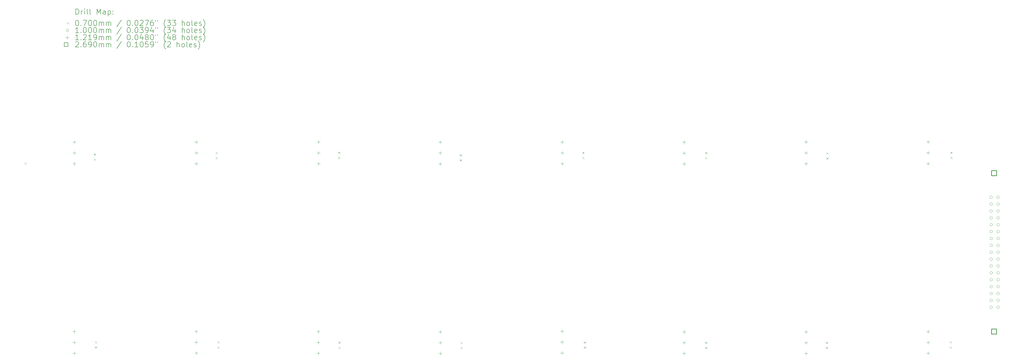
<source format=gbr>
%TF.GenerationSoftware,KiCad,Pcbnew,(6.0.9)*%
%TF.CreationDate,2022-12-09T14:19:55+01:00*%
%TF.ProjectId,seq,7365712e-6b69-4636-9164-5f7063625858,rev?*%
%TF.SameCoordinates,Original*%
%TF.FileFunction,Drillmap*%
%TF.FilePolarity,Positive*%
%FSLAX45Y45*%
G04 Gerber Fmt 4.5, Leading zero omitted, Abs format (unit mm)*
G04 Created by KiCad (PCBNEW (6.0.9)) date 2022-12-09 14:19:55*
%MOMM*%
%LPD*%
G01*
G04 APERTURE LIST*
%ADD10C,0.200000*%
%ADD11C,0.070000*%
%ADD12C,0.100000*%
%ADD13C,0.121920*%
%ADD14C,0.269000*%
G04 APERTURE END LIST*
D10*
D11*
X-1636000Y-5786000D02*
X-1566000Y-5856000D01*
X-1566000Y-5786000D02*
X-1636000Y-5856000D01*
X924000Y-5450000D02*
X994000Y-5520000D01*
X994000Y-5450000D02*
X924000Y-5520000D01*
X924000Y-5640000D02*
X994000Y-5710000D01*
X994000Y-5640000D02*
X924000Y-5710000D01*
X963000Y-12390500D02*
X1033000Y-12460500D01*
X1033000Y-12390500D02*
X963000Y-12460500D01*
X963000Y-12580500D02*
X1033000Y-12650500D01*
X1033000Y-12580500D02*
X963000Y-12650500D01*
X5417000Y-5398000D02*
X5487000Y-5468000D01*
X5487000Y-5398000D02*
X5417000Y-5468000D01*
X5417000Y-5588000D02*
X5487000Y-5658000D01*
X5487000Y-5588000D02*
X5417000Y-5658000D01*
X5484000Y-12391500D02*
X5554000Y-12461500D01*
X5554000Y-12391500D02*
X5484000Y-12461500D01*
X5484000Y-12581500D02*
X5554000Y-12651500D01*
X5554000Y-12581500D02*
X5484000Y-12651500D01*
X9935000Y-5387000D02*
X10005000Y-5457000D01*
X10005000Y-5387000D02*
X9935000Y-5457000D01*
X9935000Y-5577000D02*
X10005000Y-5647000D01*
X10005000Y-5577000D02*
X9935000Y-5647000D01*
X9950000Y-12402000D02*
X10020000Y-12472000D01*
X10020000Y-12402000D02*
X9950000Y-12472000D01*
X9950000Y-12592000D02*
X10020000Y-12662000D01*
X10020000Y-12592000D02*
X9950000Y-12662000D01*
X14422000Y-5479000D02*
X14492000Y-5549000D01*
X14492000Y-5479000D02*
X14422000Y-5549000D01*
X14422000Y-5669000D02*
X14492000Y-5739000D01*
X14492000Y-5669000D02*
X14422000Y-5739000D01*
X14450000Y-12412000D02*
X14520000Y-12482000D01*
X14520000Y-12412000D02*
X14450000Y-12482000D01*
X14450000Y-12602000D02*
X14520000Y-12672000D01*
X14520000Y-12602000D02*
X14450000Y-12672000D01*
X18948000Y-5391000D02*
X19018000Y-5461000D01*
X19018000Y-5391000D02*
X18948000Y-5461000D01*
X18948000Y-5581000D02*
X19018000Y-5651000D01*
X19018000Y-5581000D02*
X18948000Y-5651000D01*
X19003000Y-12395500D02*
X19073000Y-12465500D01*
X19073000Y-12395500D02*
X19003000Y-12465500D01*
X19003000Y-12585500D02*
X19073000Y-12655500D01*
X19073000Y-12585500D02*
X19003000Y-12655500D01*
X23473000Y-12408500D02*
X23543000Y-12478500D01*
X23543000Y-12408500D02*
X23473000Y-12478500D01*
X23473000Y-12598500D02*
X23543000Y-12668500D01*
X23543000Y-12598500D02*
X23473000Y-12668500D01*
X23475000Y-5399000D02*
X23545000Y-5469000D01*
X23545000Y-5399000D02*
X23475000Y-5469000D01*
X23475000Y-5589000D02*
X23545000Y-5659000D01*
X23545000Y-5589000D02*
X23475000Y-5659000D01*
X27928000Y-12404500D02*
X27998000Y-12474500D01*
X27998000Y-12404500D02*
X27928000Y-12474500D01*
X27928000Y-12594500D02*
X27998000Y-12664500D01*
X27998000Y-12594500D02*
X27928000Y-12664500D01*
X27948000Y-5412000D02*
X28018000Y-5482000D01*
X28018000Y-5412000D02*
X27948000Y-5482000D01*
X27948000Y-5602000D02*
X28018000Y-5672000D01*
X28018000Y-5602000D02*
X27948000Y-5672000D01*
X32506000Y-12391500D02*
X32576000Y-12461500D01*
X32576000Y-12391500D02*
X32506000Y-12461500D01*
X32506000Y-12581500D02*
X32576000Y-12651500D01*
X32576000Y-12581500D02*
X32506000Y-12651500D01*
X32524000Y-5387000D02*
X32594000Y-5457000D01*
X32594000Y-5387000D02*
X32524000Y-5457000D01*
X32524000Y-5577000D02*
X32594000Y-5647000D01*
X32594000Y-5577000D02*
X32524000Y-5647000D01*
D12*
X34079750Y-7068000D02*
G75*
G03*
X34079750Y-7068000I-50000J0D01*
G01*
X34079750Y-7322000D02*
G75*
G03*
X34079750Y-7322000I-50000J0D01*
G01*
X34079750Y-7576000D02*
G75*
G03*
X34079750Y-7576000I-50000J0D01*
G01*
X34079750Y-7830000D02*
G75*
G03*
X34079750Y-7830000I-50000J0D01*
G01*
X34079750Y-8084000D02*
G75*
G03*
X34079750Y-8084000I-50000J0D01*
G01*
X34079750Y-8338000D02*
G75*
G03*
X34079750Y-8338000I-50000J0D01*
G01*
X34079750Y-8592000D02*
G75*
G03*
X34079750Y-8592000I-50000J0D01*
G01*
X34079750Y-8846000D02*
G75*
G03*
X34079750Y-8846000I-50000J0D01*
G01*
X34079750Y-9100000D02*
G75*
G03*
X34079750Y-9100000I-50000J0D01*
G01*
X34079750Y-9354000D02*
G75*
G03*
X34079750Y-9354000I-50000J0D01*
G01*
X34079750Y-9608000D02*
G75*
G03*
X34079750Y-9608000I-50000J0D01*
G01*
X34079750Y-9862000D02*
G75*
G03*
X34079750Y-9862000I-50000J0D01*
G01*
X34079750Y-10116000D02*
G75*
G03*
X34079750Y-10116000I-50000J0D01*
G01*
X34079750Y-10370000D02*
G75*
G03*
X34079750Y-10370000I-50000J0D01*
G01*
X34079750Y-10624000D02*
G75*
G03*
X34079750Y-10624000I-50000J0D01*
G01*
X34079750Y-10878000D02*
G75*
G03*
X34079750Y-10878000I-50000J0D01*
G01*
X34079750Y-11132000D02*
G75*
G03*
X34079750Y-11132000I-50000J0D01*
G01*
X34333750Y-7068000D02*
G75*
G03*
X34333750Y-7068000I-50000J0D01*
G01*
X34333750Y-7322000D02*
G75*
G03*
X34333750Y-7322000I-50000J0D01*
G01*
X34333750Y-7576000D02*
G75*
G03*
X34333750Y-7576000I-50000J0D01*
G01*
X34333750Y-7830000D02*
G75*
G03*
X34333750Y-7830000I-50000J0D01*
G01*
X34333750Y-8084000D02*
G75*
G03*
X34333750Y-8084000I-50000J0D01*
G01*
X34333750Y-8338000D02*
G75*
G03*
X34333750Y-8338000I-50000J0D01*
G01*
X34333750Y-8592000D02*
G75*
G03*
X34333750Y-8592000I-50000J0D01*
G01*
X34333750Y-8846000D02*
G75*
G03*
X34333750Y-8846000I-50000J0D01*
G01*
X34333750Y-9100000D02*
G75*
G03*
X34333750Y-9100000I-50000J0D01*
G01*
X34333750Y-9354000D02*
G75*
G03*
X34333750Y-9354000I-50000J0D01*
G01*
X34333750Y-9608000D02*
G75*
G03*
X34333750Y-9608000I-50000J0D01*
G01*
X34333750Y-9862000D02*
G75*
G03*
X34333750Y-9862000I-50000J0D01*
G01*
X34333750Y-10116000D02*
G75*
G03*
X34333750Y-10116000I-50000J0D01*
G01*
X34333750Y-10370000D02*
G75*
G03*
X34333750Y-10370000I-50000J0D01*
G01*
X34333750Y-10624000D02*
G75*
G03*
X34333750Y-10624000I-50000J0D01*
G01*
X34333750Y-10878000D02*
G75*
G03*
X34333750Y-10878000I-50000J0D01*
G01*
X34333750Y-11132000D02*
G75*
G03*
X34333750Y-11132000I-50000J0D01*
G01*
D13*
X201000Y-11968990D02*
X201000Y-12090910D01*
X140040Y-12029950D02*
X261960Y-12029950D01*
X201000Y-12369040D02*
X201000Y-12490960D01*
X140040Y-12430000D02*
X261960Y-12430000D01*
X201000Y-12769090D02*
X201000Y-12891010D01*
X140040Y-12830050D02*
X261960Y-12830050D01*
X202000Y-4969990D02*
X202000Y-5091910D01*
X141040Y-5030950D02*
X262960Y-5030950D01*
X202000Y-5370040D02*
X202000Y-5491960D01*
X141040Y-5431000D02*
X262960Y-5431000D01*
X202000Y-5770090D02*
X202000Y-5892010D01*
X141040Y-5831050D02*
X262960Y-5831050D01*
X4700000Y-11962990D02*
X4700000Y-12084910D01*
X4639040Y-12023950D02*
X4760960Y-12023950D01*
X4700000Y-12363040D02*
X4700000Y-12484960D01*
X4639040Y-12424000D02*
X4760960Y-12424000D01*
X4700000Y-12763090D02*
X4700000Y-12885010D01*
X4639040Y-12824050D02*
X4760960Y-12824050D01*
X4703000Y-4968990D02*
X4703000Y-5090910D01*
X4642040Y-5029950D02*
X4763960Y-5029950D01*
X4703000Y-5369040D02*
X4703000Y-5490960D01*
X4642040Y-5430000D02*
X4763960Y-5430000D01*
X4703000Y-5769090D02*
X4703000Y-5891010D01*
X4642040Y-5830050D02*
X4763960Y-5830050D01*
X9206000Y-11968990D02*
X9206000Y-12090910D01*
X9145040Y-12029950D02*
X9266960Y-12029950D01*
X9206000Y-12369040D02*
X9206000Y-12490960D01*
X9145040Y-12430000D02*
X9266960Y-12430000D01*
X9206000Y-12769090D02*
X9206000Y-12891010D01*
X9145040Y-12830050D02*
X9266960Y-12830050D01*
X9211000Y-4965990D02*
X9211000Y-5087910D01*
X9150040Y-5026950D02*
X9271960Y-5026950D01*
X9211000Y-5366040D02*
X9211000Y-5487960D01*
X9150040Y-5427000D02*
X9271960Y-5427000D01*
X9211000Y-5766090D02*
X9211000Y-5888010D01*
X9150040Y-5827050D02*
X9271960Y-5827050D01*
X13702000Y-4972990D02*
X13702000Y-5094910D01*
X13641040Y-5033950D02*
X13762960Y-5033950D01*
X13702000Y-5373040D02*
X13702000Y-5494960D01*
X13641040Y-5434000D02*
X13762960Y-5434000D01*
X13702000Y-5773090D02*
X13702000Y-5895010D01*
X13641040Y-5834050D02*
X13762960Y-5834050D01*
X13705000Y-11979990D02*
X13705000Y-12101910D01*
X13644040Y-12040950D02*
X13765960Y-12040950D01*
X13705000Y-12380040D02*
X13705000Y-12501960D01*
X13644040Y-12441000D02*
X13765960Y-12441000D01*
X13705000Y-12780090D02*
X13705000Y-12902010D01*
X13644040Y-12841050D02*
X13765960Y-12841050D01*
X18200000Y-11957990D02*
X18200000Y-12079910D01*
X18139040Y-12018950D02*
X18260960Y-12018950D01*
X18200000Y-12358040D02*
X18200000Y-12479960D01*
X18139040Y-12419000D02*
X18260960Y-12419000D01*
X18200000Y-12758090D02*
X18200000Y-12880010D01*
X18139040Y-12819050D02*
X18260960Y-12819050D01*
X18206000Y-4967990D02*
X18206000Y-5089910D01*
X18145040Y-5028950D02*
X18266960Y-5028950D01*
X18206000Y-5368040D02*
X18206000Y-5489960D01*
X18145040Y-5429000D02*
X18266960Y-5429000D01*
X18206000Y-5768090D02*
X18206000Y-5890010D01*
X18145040Y-5829050D02*
X18266960Y-5829050D01*
X22699000Y-11978990D02*
X22699000Y-12100910D01*
X22638040Y-12039950D02*
X22759960Y-12039950D01*
X22699000Y-12379040D02*
X22699000Y-12500960D01*
X22638040Y-12440000D02*
X22759960Y-12440000D01*
X22699000Y-12779090D02*
X22699000Y-12901010D01*
X22638040Y-12840050D02*
X22759960Y-12840050D01*
X22701000Y-4974990D02*
X22701000Y-5096910D01*
X22640040Y-5035950D02*
X22761960Y-5035950D01*
X22701000Y-5375040D02*
X22701000Y-5496960D01*
X22640040Y-5436000D02*
X22761960Y-5436000D01*
X22701000Y-5775090D02*
X22701000Y-5897010D01*
X22640040Y-5836050D02*
X22761960Y-5836050D01*
X27199000Y-11979990D02*
X27199000Y-12101910D01*
X27138040Y-12040950D02*
X27259960Y-12040950D01*
X27199000Y-12380040D02*
X27199000Y-12501960D01*
X27138040Y-12441000D02*
X27259960Y-12441000D01*
X27199000Y-12780090D02*
X27199000Y-12902010D01*
X27138040Y-12841050D02*
X27259960Y-12841050D01*
X27200000Y-4965990D02*
X27200000Y-5087910D01*
X27139040Y-5026950D02*
X27260960Y-5026950D01*
X27200000Y-5366040D02*
X27200000Y-5487960D01*
X27139040Y-5427000D02*
X27260960Y-5427000D01*
X27200000Y-5766090D02*
X27200000Y-5888010D01*
X27139040Y-5827050D02*
X27260960Y-5827050D01*
X31700000Y-11970990D02*
X31700000Y-12092910D01*
X31639040Y-12031950D02*
X31760960Y-12031950D01*
X31700000Y-12371040D02*
X31700000Y-12492960D01*
X31639040Y-12432000D02*
X31760960Y-12432000D01*
X31700000Y-12771090D02*
X31700000Y-12893010D01*
X31639040Y-12832050D02*
X31760960Y-12832050D01*
X31702000Y-4964990D02*
X31702000Y-5086910D01*
X31641040Y-5025950D02*
X31762960Y-5025950D01*
X31702000Y-5365040D02*
X31702000Y-5486960D01*
X31641040Y-5426000D02*
X31762960Y-5426000D01*
X31702000Y-5765090D02*
X31702000Y-5887010D01*
X31641040Y-5826050D02*
X31762960Y-5826050D01*
D14*
X34226857Y-6269107D02*
X34226857Y-6078893D01*
X34036643Y-6078893D01*
X34036643Y-6269107D01*
X34226857Y-6269107D01*
X34226857Y-12121107D02*
X34226857Y-11930893D01*
X34036643Y-11930893D01*
X34036643Y-12121107D01*
X34226857Y-12121107D01*
D10*
X257619Y-310476D02*
X257619Y-110476D01*
X305238Y-110476D01*
X333810Y-120000D01*
X352857Y-139048D01*
X362381Y-158095D01*
X371905Y-196190D01*
X371905Y-224762D01*
X362381Y-262857D01*
X352857Y-281905D01*
X333810Y-300952D01*
X305238Y-310476D01*
X257619Y-310476D01*
X457619Y-310476D02*
X457619Y-177143D01*
X457619Y-215238D02*
X467143Y-196190D01*
X476667Y-186667D01*
X495714Y-177143D01*
X514762Y-177143D01*
X581429Y-310476D02*
X581429Y-177143D01*
X581429Y-110476D02*
X571905Y-120000D01*
X581429Y-129524D01*
X590952Y-120000D01*
X581429Y-110476D01*
X581429Y-129524D01*
X705238Y-310476D02*
X686190Y-300952D01*
X676667Y-281905D01*
X676667Y-110476D01*
X810000Y-310476D02*
X790952Y-300952D01*
X781428Y-281905D01*
X781428Y-110476D01*
X1038571Y-310476D02*
X1038571Y-110476D01*
X1105238Y-253333D01*
X1171905Y-110476D01*
X1171905Y-310476D01*
X1352857Y-310476D02*
X1352857Y-205714D01*
X1343333Y-186667D01*
X1324286Y-177143D01*
X1286190Y-177143D01*
X1267143Y-186667D01*
X1352857Y-300952D02*
X1333810Y-310476D01*
X1286190Y-310476D01*
X1267143Y-300952D01*
X1257619Y-281905D01*
X1257619Y-262857D01*
X1267143Y-243809D01*
X1286190Y-234286D01*
X1333810Y-234286D01*
X1352857Y-224762D01*
X1448095Y-177143D02*
X1448095Y-377143D01*
X1448095Y-186667D02*
X1467143Y-177143D01*
X1505238Y-177143D01*
X1524286Y-186667D01*
X1533809Y-196190D01*
X1543333Y-215238D01*
X1543333Y-272381D01*
X1533809Y-291429D01*
X1524286Y-300952D01*
X1505238Y-310476D01*
X1467143Y-310476D01*
X1448095Y-300952D01*
X1629048Y-291429D02*
X1638571Y-300952D01*
X1629048Y-310476D01*
X1619524Y-300952D01*
X1629048Y-291429D01*
X1629048Y-310476D01*
X1629048Y-186667D02*
X1638571Y-196190D01*
X1629048Y-205714D01*
X1619524Y-196190D01*
X1629048Y-186667D01*
X1629048Y-205714D01*
D11*
X-70000Y-605000D02*
X0Y-675000D01*
X0Y-605000D02*
X-70000Y-675000D01*
D10*
X295714Y-530476D02*
X314762Y-530476D01*
X333810Y-540000D01*
X343333Y-549524D01*
X352857Y-568571D01*
X362381Y-606667D01*
X362381Y-654286D01*
X352857Y-692381D01*
X343333Y-711428D01*
X333810Y-720952D01*
X314762Y-730476D01*
X295714Y-730476D01*
X276667Y-720952D01*
X267143Y-711428D01*
X257619Y-692381D01*
X248095Y-654286D01*
X248095Y-606667D01*
X257619Y-568571D01*
X267143Y-549524D01*
X276667Y-540000D01*
X295714Y-530476D01*
X448095Y-711428D02*
X457619Y-720952D01*
X448095Y-730476D01*
X438571Y-720952D01*
X448095Y-711428D01*
X448095Y-730476D01*
X524286Y-530476D02*
X657619Y-530476D01*
X571905Y-730476D01*
X771905Y-530476D02*
X790952Y-530476D01*
X810000Y-540000D01*
X819524Y-549524D01*
X829048Y-568571D01*
X838571Y-606667D01*
X838571Y-654286D01*
X829048Y-692381D01*
X819524Y-711428D01*
X810000Y-720952D01*
X790952Y-730476D01*
X771905Y-730476D01*
X752857Y-720952D01*
X743333Y-711428D01*
X733809Y-692381D01*
X724286Y-654286D01*
X724286Y-606667D01*
X733809Y-568571D01*
X743333Y-549524D01*
X752857Y-540000D01*
X771905Y-530476D01*
X962381Y-530476D02*
X981428Y-530476D01*
X1000476Y-540000D01*
X1010000Y-549524D01*
X1019524Y-568571D01*
X1029048Y-606667D01*
X1029048Y-654286D01*
X1019524Y-692381D01*
X1010000Y-711428D01*
X1000476Y-720952D01*
X981428Y-730476D01*
X962381Y-730476D01*
X943333Y-720952D01*
X933809Y-711428D01*
X924286Y-692381D01*
X914762Y-654286D01*
X914762Y-606667D01*
X924286Y-568571D01*
X933809Y-549524D01*
X943333Y-540000D01*
X962381Y-530476D01*
X1114762Y-730476D02*
X1114762Y-597143D01*
X1114762Y-616190D02*
X1124286Y-606667D01*
X1143333Y-597143D01*
X1171905Y-597143D01*
X1190952Y-606667D01*
X1200476Y-625714D01*
X1200476Y-730476D01*
X1200476Y-625714D02*
X1210000Y-606667D01*
X1229048Y-597143D01*
X1257619Y-597143D01*
X1276667Y-606667D01*
X1286190Y-625714D01*
X1286190Y-730476D01*
X1381429Y-730476D02*
X1381429Y-597143D01*
X1381429Y-616190D02*
X1390952Y-606667D01*
X1410000Y-597143D01*
X1438571Y-597143D01*
X1457619Y-606667D01*
X1467143Y-625714D01*
X1467143Y-730476D01*
X1467143Y-625714D02*
X1476667Y-606667D01*
X1495714Y-597143D01*
X1524286Y-597143D01*
X1543333Y-606667D01*
X1552857Y-625714D01*
X1552857Y-730476D01*
X1943333Y-520952D02*
X1771905Y-778095D01*
X2200476Y-530476D02*
X2219524Y-530476D01*
X2238571Y-540000D01*
X2248095Y-549524D01*
X2257619Y-568571D01*
X2267143Y-606667D01*
X2267143Y-654286D01*
X2257619Y-692381D01*
X2248095Y-711428D01*
X2238571Y-720952D01*
X2219524Y-730476D01*
X2200476Y-730476D01*
X2181429Y-720952D01*
X2171905Y-711428D01*
X2162381Y-692381D01*
X2152857Y-654286D01*
X2152857Y-606667D01*
X2162381Y-568571D01*
X2171905Y-549524D01*
X2181429Y-540000D01*
X2200476Y-530476D01*
X2352857Y-711428D02*
X2362381Y-720952D01*
X2352857Y-730476D01*
X2343333Y-720952D01*
X2352857Y-711428D01*
X2352857Y-730476D01*
X2486190Y-530476D02*
X2505238Y-530476D01*
X2524286Y-540000D01*
X2533810Y-549524D01*
X2543333Y-568571D01*
X2552857Y-606667D01*
X2552857Y-654286D01*
X2543333Y-692381D01*
X2533810Y-711428D01*
X2524286Y-720952D01*
X2505238Y-730476D01*
X2486190Y-730476D01*
X2467143Y-720952D01*
X2457619Y-711428D01*
X2448095Y-692381D01*
X2438571Y-654286D01*
X2438571Y-606667D01*
X2448095Y-568571D01*
X2457619Y-549524D01*
X2467143Y-540000D01*
X2486190Y-530476D01*
X2629048Y-549524D02*
X2638571Y-540000D01*
X2657619Y-530476D01*
X2705238Y-530476D01*
X2724286Y-540000D01*
X2733810Y-549524D01*
X2743333Y-568571D01*
X2743333Y-587619D01*
X2733810Y-616190D01*
X2619524Y-730476D01*
X2743333Y-730476D01*
X2810000Y-530476D02*
X2943333Y-530476D01*
X2857619Y-730476D01*
X3105238Y-530476D02*
X3067143Y-530476D01*
X3048095Y-540000D01*
X3038571Y-549524D01*
X3019524Y-578095D01*
X3010000Y-616190D01*
X3010000Y-692381D01*
X3019524Y-711428D01*
X3029048Y-720952D01*
X3048095Y-730476D01*
X3086190Y-730476D01*
X3105238Y-720952D01*
X3114762Y-711428D01*
X3124286Y-692381D01*
X3124286Y-644762D01*
X3114762Y-625714D01*
X3105238Y-616190D01*
X3086190Y-606667D01*
X3048095Y-606667D01*
X3029048Y-616190D01*
X3019524Y-625714D01*
X3010000Y-644762D01*
X3200476Y-530476D02*
X3200476Y-568571D01*
X3276667Y-530476D02*
X3276667Y-568571D01*
X3571905Y-806667D02*
X3562381Y-797143D01*
X3543333Y-768571D01*
X3533809Y-749524D01*
X3524286Y-720952D01*
X3514762Y-673333D01*
X3514762Y-635238D01*
X3524286Y-587619D01*
X3533809Y-559048D01*
X3543333Y-540000D01*
X3562381Y-511428D01*
X3571905Y-501905D01*
X3629048Y-530476D02*
X3752857Y-530476D01*
X3686190Y-606667D01*
X3714762Y-606667D01*
X3733809Y-616190D01*
X3743333Y-625714D01*
X3752857Y-644762D01*
X3752857Y-692381D01*
X3743333Y-711428D01*
X3733809Y-720952D01*
X3714762Y-730476D01*
X3657619Y-730476D01*
X3638571Y-720952D01*
X3629048Y-711428D01*
X3819524Y-530476D02*
X3943333Y-530476D01*
X3876667Y-606667D01*
X3905238Y-606667D01*
X3924286Y-616190D01*
X3933809Y-625714D01*
X3943333Y-644762D01*
X3943333Y-692381D01*
X3933809Y-711428D01*
X3924286Y-720952D01*
X3905238Y-730476D01*
X3848095Y-730476D01*
X3829048Y-720952D01*
X3819524Y-711428D01*
X4181428Y-730476D02*
X4181428Y-530476D01*
X4267143Y-730476D02*
X4267143Y-625714D01*
X4257619Y-606667D01*
X4238571Y-597143D01*
X4210000Y-597143D01*
X4190952Y-606667D01*
X4181428Y-616190D01*
X4390952Y-730476D02*
X4371905Y-720952D01*
X4362381Y-711428D01*
X4352857Y-692381D01*
X4352857Y-635238D01*
X4362381Y-616190D01*
X4371905Y-606667D01*
X4390952Y-597143D01*
X4419524Y-597143D01*
X4438571Y-606667D01*
X4448095Y-616190D01*
X4457619Y-635238D01*
X4457619Y-692381D01*
X4448095Y-711428D01*
X4438571Y-720952D01*
X4419524Y-730476D01*
X4390952Y-730476D01*
X4571905Y-730476D02*
X4552857Y-720952D01*
X4543333Y-701905D01*
X4543333Y-530476D01*
X4724286Y-720952D02*
X4705238Y-730476D01*
X4667143Y-730476D01*
X4648095Y-720952D01*
X4638571Y-701905D01*
X4638571Y-625714D01*
X4648095Y-606667D01*
X4667143Y-597143D01*
X4705238Y-597143D01*
X4724286Y-606667D01*
X4733810Y-625714D01*
X4733810Y-644762D01*
X4638571Y-663810D01*
X4810000Y-720952D02*
X4829048Y-730476D01*
X4867143Y-730476D01*
X4886190Y-720952D01*
X4895714Y-701905D01*
X4895714Y-692381D01*
X4886190Y-673333D01*
X4867143Y-663810D01*
X4838571Y-663810D01*
X4819524Y-654286D01*
X4810000Y-635238D01*
X4810000Y-625714D01*
X4819524Y-606667D01*
X4838571Y-597143D01*
X4867143Y-597143D01*
X4886190Y-606667D01*
X4962381Y-806667D02*
X4971905Y-797143D01*
X4990952Y-768571D01*
X5000476Y-749524D01*
X5010000Y-720952D01*
X5019524Y-673333D01*
X5019524Y-635238D01*
X5010000Y-587619D01*
X5000476Y-559048D01*
X4990952Y-540000D01*
X4971905Y-511428D01*
X4962381Y-501905D01*
D12*
X0Y-904000D02*
G75*
G03*
X0Y-904000I-50000J0D01*
G01*
D10*
X362381Y-994476D02*
X248095Y-994476D01*
X305238Y-994476D02*
X305238Y-794476D01*
X286190Y-823048D01*
X267143Y-842095D01*
X248095Y-851619D01*
X448095Y-975428D02*
X457619Y-984952D01*
X448095Y-994476D01*
X438571Y-984952D01*
X448095Y-975428D01*
X448095Y-994476D01*
X581429Y-794476D02*
X600476Y-794476D01*
X619524Y-804000D01*
X629048Y-813524D01*
X638571Y-832571D01*
X648095Y-870667D01*
X648095Y-918286D01*
X638571Y-956381D01*
X629048Y-975428D01*
X619524Y-984952D01*
X600476Y-994476D01*
X581429Y-994476D01*
X562381Y-984952D01*
X552857Y-975428D01*
X543333Y-956381D01*
X533810Y-918286D01*
X533810Y-870667D01*
X543333Y-832571D01*
X552857Y-813524D01*
X562381Y-804000D01*
X581429Y-794476D01*
X771905Y-794476D02*
X790952Y-794476D01*
X810000Y-804000D01*
X819524Y-813524D01*
X829048Y-832571D01*
X838571Y-870667D01*
X838571Y-918286D01*
X829048Y-956381D01*
X819524Y-975428D01*
X810000Y-984952D01*
X790952Y-994476D01*
X771905Y-994476D01*
X752857Y-984952D01*
X743333Y-975428D01*
X733809Y-956381D01*
X724286Y-918286D01*
X724286Y-870667D01*
X733809Y-832571D01*
X743333Y-813524D01*
X752857Y-804000D01*
X771905Y-794476D01*
X962381Y-794476D02*
X981428Y-794476D01*
X1000476Y-804000D01*
X1010000Y-813524D01*
X1019524Y-832571D01*
X1029048Y-870667D01*
X1029048Y-918286D01*
X1019524Y-956381D01*
X1010000Y-975428D01*
X1000476Y-984952D01*
X981428Y-994476D01*
X962381Y-994476D01*
X943333Y-984952D01*
X933809Y-975428D01*
X924286Y-956381D01*
X914762Y-918286D01*
X914762Y-870667D01*
X924286Y-832571D01*
X933809Y-813524D01*
X943333Y-804000D01*
X962381Y-794476D01*
X1114762Y-994476D02*
X1114762Y-861143D01*
X1114762Y-880190D02*
X1124286Y-870667D01*
X1143333Y-861143D01*
X1171905Y-861143D01*
X1190952Y-870667D01*
X1200476Y-889714D01*
X1200476Y-994476D01*
X1200476Y-889714D02*
X1210000Y-870667D01*
X1229048Y-861143D01*
X1257619Y-861143D01*
X1276667Y-870667D01*
X1286190Y-889714D01*
X1286190Y-994476D01*
X1381429Y-994476D02*
X1381429Y-861143D01*
X1381429Y-880190D02*
X1390952Y-870667D01*
X1410000Y-861143D01*
X1438571Y-861143D01*
X1457619Y-870667D01*
X1467143Y-889714D01*
X1467143Y-994476D01*
X1467143Y-889714D02*
X1476667Y-870667D01*
X1495714Y-861143D01*
X1524286Y-861143D01*
X1543333Y-870667D01*
X1552857Y-889714D01*
X1552857Y-994476D01*
X1943333Y-784952D02*
X1771905Y-1042095D01*
X2200476Y-794476D02*
X2219524Y-794476D01*
X2238571Y-804000D01*
X2248095Y-813524D01*
X2257619Y-832571D01*
X2267143Y-870667D01*
X2267143Y-918286D01*
X2257619Y-956381D01*
X2248095Y-975428D01*
X2238571Y-984952D01*
X2219524Y-994476D01*
X2200476Y-994476D01*
X2181429Y-984952D01*
X2171905Y-975428D01*
X2162381Y-956381D01*
X2152857Y-918286D01*
X2152857Y-870667D01*
X2162381Y-832571D01*
X2171905Y-813524D01*
X2181429Y-804000D01*
X2200476Y-794476D01*
X2352857Y-975428D02*
X2362381Y-984952D01*
X2352857Y-994476D01*
X2343333Y-984952D01*
X2352857Y-975428D01*
X2352857Y-994476D01*
X2486190Y-794476D02*
X2505238Y-794476D01*
X2524286Y-804000D01*
X2533810Y-813524D01*
X2543333Y-832571D01*
X2552857Y-870667D01*
X2552857Y-918286D01*
X2543333Y-956381D01*
X2533810Y-975428D01*
X2524286Y-984952D01*
X2505238Y-994476D01*
X2486190Y-994476D01*
X2467143Y-984952D01*
X2457619Y-975428D01*
X2448095Y-956381D01*
X2438571Y-918286D01*
X2438571Y-870667D01*
X2448095Y-832571D01*
X2457619Y-813524D01*
X2467143Y-804000D01*
X2486190Y-794476D01*
X2619524Y-794476D02*
X2743333Y-794476D01*
X2676667Y-870667D01*
X2705238Y-870667D01*
X2724286Y-880190D01*
X2733810Y-889714D01*
X2743333Y-908762D01*
X2743333Y-956381D01*
X2733810Y-975428D01*
X2724286Y-984952D01*
X2705238Y-994476D01*
X2648095Y-994476D01*
X2629048Y-984952D01*
X2619524Y-975428D01*
X2838571Y-994476D02*
X2876667Y-994476D01*
X2895714Y-984952D01*
X2905238Y-975428D01*
X2924286Y-946857D01*
X2933809Y-908762D01*
X2933809Y-832571D01*
X2924286Y-813524D01*
X2914762Y-804000D01*
X2895714Y-794476D01*
X2857619Y-794476D01*
X2838571Y-804000D01*
X2829048Y-813524D01*
X2819524Y-832571D01*
X2819524Y-880190D01*
X2829048Y-899238D01*
X2838571Y-908762D01*
X2857619Y-918286D01*
X2895714Y-918286D01*
X2914762Y-908762D01*
X2924286Y-899238D01*
X2933809Y-880190D01*
X3105238Y-861143D02*
X3105238Y-994476D01*
X3057619Y-784952D02*
X3010000Y-927809D01*
X3133809Y-927809D01*
X3200476Y-794476D02*
X3200476Y-832571D01*
X3276667Y-794476D02*
X3276667Y-832571D01*
X3571905Y-1070667D02*
X3562381Y-1061143D01*
X3543333Y-1032571D01*
X3533809Y-1013524D01*
X3524286Y-984952D01*
X3514762Y-937333D01*
X3514762Y-899238D01*
X3524286Y-851619D01*
X3533809Y-823048D01*
X3543333Y-804000D01*
X3562381Y-775428D01*
X3571905Y-765905D01*
X3629048Y-794476D02*
X3752857Y-794476D01*
X3686190Y-870667D01*
X3714762Y-870667D01*
X3733809Y-880190D01*
X3743333Y-889714D01*
X3752857Y-908762D01*
X3752857Y-956381D01*
X3743333Y-975428D01*
X3733809Y-984952D01*
X3714762Y-994476D01*
X3657619Y-994476D01*
X3638571Y-984952D01*
X3629048Y-975428D01*
X3924286Y-861143D02*
X3924286Y-994476D01*
X3876667Y-784952D02*
X3829048Y-927809D01*
X3952857Y-927809D01*
X4181428Y-994476D02*
X4181428Y-794476D01*
X4267143Y-994476D02*
X4267143Y-889714D01*
X4257619Y-870667D01*
X4238571Y-861143D01*
X4210000Y-861143D01*
X4190952Y-870667D01*
X4181428Y-880190D01*
X4390952Y-994476D02*
X4371905Y-984952D01*
X4362381Y-975428D01*
X4352857Y-956381D01*
X4352857Y-899238D01*
X4362381Y-880190D01*
X4371905Y-870667D01*
X4390952Y-861143D01*
X4419524Y-861143D01*
X4438571Y-870667D01*
X4448095Y-880190D01*
X4457619Y-899238D01*
X4457619Y-956381D01*
X4448095Y-975428D01*
X4438571Y-984952D01*
X4419524Y-994476D01*
X4390952Y-994476D01*
X4571905Y-994476D02*
X4552857Y-984952D01*
X4543333Y-965905D01*
X4543333Y-794476D01*
X4724286Y-984952D02*
X4705238Y-994476D01*
X4667143Y-994476D01*
X4648095Y-984952D01*
X4638571Y-965905D01*
X4638571Y-889714D01*
X4648095Y-870667D01*
X4667143Y-861143D01*
X4705238Y-861143D01*
X4724286Y-870667D01*
X4733810Y-889714D01*
X4733810Y-908762D01*
X4638571Y-927809D01*
X4810000Y-984952D02*
X4829048Y-994476D01*
X4867143Y-994476D01*
X4886190Y-984952D01*
X4895714Y-965905D01*
X4895714Y-956381D01*
X4886190Y-937333D01*
X4867143Y-927809D01*
X4838571Y-927809D01*
X4819524Y-918286D01*
X4810000Y-899238D01*
X4810000Y-889714D01*
X4819524Y-870667D01*
X4838571Y-861143D01*
X4867143Y-861143D01*
X4886190Y-870667D01*
X4962381Y-1070667D02*
X4971905Y-1061143D01*
X4990952Y-1032571D01*
X5000476Y-1013524D01*
X5010000Y-984952D01*
X5019524Y-937333D01*
X5019524Y-899238D01*
X5010000Y-851619D01*
X5000476Y-823048D01*
X4990952Y-804000D01*
X4971905Y-775428D01*
X4962381Y-765905D01*
D13*
X-60960Y-1107040D02*
X-60960Y-1228960D01*
X-121920Y-1168000D02*
X0Y-1168000D01*
D10*
X362381Y-1258476D02*
X248095Y-1258476D01*
X305238Y-1258476D02*
X305238Y-1058476D01*
X286190Y-1087048D01*
X267143Y-1106095D01*
X248095Y-1115619D01*
X448095Y-1239429D02*
X457619Y-1248952D01*
X448095Y-1258476D01*
X438571Y-1248952D01*
X448095Y-1239429D01*
X448095Y-1258476D01*
X533810Y-1077524D02*
X543333Y-1068000D01*
X562381Y-1058476D01*
X610000Y-1058476D01*
X629048Y-1068000D01*
X638571Y-1077524D01*
X648095Y-1096571D01*
X648095Y-1115619D01*
X638571Y-1144190D01*
X524286Y-1258476D01*
X648095Y-1258476D01*
X838571Y-1258476D02*
X724286Y-1258476D01*
X781428Y-1258476D02*
X781428Y-1058476D01*
X762381Y-1087048D01*
X743333Y-1106095D01*
X724286Y-1115619D01*
X933809Y-1258476D02*
X971905Y-1258476D01*
X990952Y-1248952D01*
X1000476Y-1239429D01*
X1019524Y-1210857D01*
X1029048Y-1172762D01*
X1029048Y-1096571D01*
X1019524Y-1077524D01*
X1010000Y-1068000D01*
X990952Y-1058476D01*
X952857Y-1058476D01*
X933809Y-1068000D01*
X924286Y-1077524D01*
X914762Y-1096571D01*
X914762Y-1144190D01*
X924286Y-1163238D01*
X933809Y-1172762D01*
X952857Y-1182286D01*
X990952Y-1182286D01*
X1010000Y-1172762D01*
X1019524Y-1163238D01*
X1029048Y-1144190D01*
X1114762Y-1258476D02*
X1114762Y-1125143D01*
X1114762Y-1144190D02*
X1124286Y-1134667D01*
X1143333Y-1125143D01*
X1171905Y-1125143D01*
X1190952Y-1134667D01*
X1200476Y-1153714D01*
X1200476Y-1258476D01*
X1200476Y-1153714D02*
X1210000Y-1134667D01*
X1229048Y-1125143D01*
X1257619Y-1125143D01*
X1276667Y-1134667D01*
X1286190Y-1153714D01*
X1286190Y-1258476D01*
X1381429Y-1258476D02*
X1381429Y-1125143D01*
X1381429Y-1144190D02*
X1390952Y-1134667D01*
X1410000Y-1125143D01*
X1438571Y-1125143D01*
X1457619Y-1134667D01*
X1467143Y-1153714D01*
X1467143Y-1258476D01*
X1467143Y-1153714D02*
X1476667Y-1134667D01*
X1495714Y-1125143D01*
X1524286Y-1125143D01*
X1543333Y-1134667D01*
X1552857Y-1153714D01*
X1552857Y-1258476D01*
X1943333Y-1048952D02*
X1771905Y-1306095D01*
X2200476Y-1058476D02*
X2219524Y-1058476D01*
X2238571Y-1068000D01*
X2248095Y-1077524D01*
X2257619Y-1096571D01*
X2267143Y-1134667D01*
X2267143Y-1182286D01*
X2257619Y-1220381D01*
X2248095Y-1239429D01*
X2238571Y-1248952D01*
X2219524Y-1258476D01*
X2200476Y-1258476D01*
X2181429Y-1248952D01*
X2171905Y-1239429D01*
X2162381Y-1220381D01*
X2152857Y-1182286D01*
X2152857Y-1134667D01*
X2162381Y-1096571D01*
X2171905Y-1077524D01*
X2181429Y-1068000D01*
X2200476Y-1058476D01*
X2352857Y-1239429D02*
X2362381Y-1248952D01*
X2352857Y-1258476D01*
X2343333Y-1248952D01*
X2352857Y-1239429D01*
X2352857Y-1258476D01*
X2486190Y-1058476D02*
X2505238Y-1058476D01*
X2524286Y-1068000D01*
X2533810Y-1077524D01*
X2543333Y-1096571D01*
X2552857Y-1134667D01*
X2552857Y-1182286D01*
X2543333Y-1220381D01*
X2533810Y-1239429D01*
X2524286Y-1248952D01*
X2505238Y-1258476D01*
X2486190Y-1258476D01*
X2467143Y-1248952D01*
X2457619Y-1239429D01*
X2448095Y-1220381D01*
X2438571Y-1182286D01*
X2438571Y-1134667D01*
X2448095Y-1096571D01*
X2457619Y-1077524D01*
X2467143Y-1068000D01*
X2486190Y-1058476D01*
X2724286Y-1125143D02*
X2724286Y-1258476D01*
X2676667Y-1048952D02*
X2629048Y-1191810D01*
X2752857Y-1191810D01*
X2857619Y-1144190D02*
X2838571Y-1134667D01*
X2829048Y-1125143D01*
X2819524Y-1106095D01*
X2819524Y-1096571D01*
X2829048Y-1077524D01*
X2838571Y-1068000D01*
X2857619Y-1058476D01*
X2895714Y-1058476D01*
X2914762Y-1068000D01*
X2924286Y-1077524D01*
X2933809Y-1096571D01*
X2933809Y-1106095D01*
X2924286Y-1125143D01*
X2914762Y-1134667D01*
X2895714Y-1144190D01*
X2857619Y-1144190D01*
X2838571Y-1153714D01*
X2829048Y-1163238D01*
X2819524Y-1182286D01*
X2819524Y-1220381D01*
X2829048Y-1239429D01*
X2838571Y-1248952D01*
X2857619Y-1258476D01*
X2895714Y-1258476D01*
X2914762Y-1248952D01*
X2924286Y-1239429D01*
X2933809Y-1220381D01*
X2933809Y-1182286D01*
X2924286Y-1163238D01*
X2914762Y-1153714D01*
X2895714Y-1144190D01*
X3057619Y-1058476D02*
X3076667Y-1058476D01*
X3095714Y-1068000D01*
X3105238Y-1077524D01*
X3114762Y-1096571D01*
X3124286Y-1134667D01*
X3124286Y-1182286D01*
X3114762Y-1220381D01*
X3105238Y-1239429D01*
X3095714Y-1248952D01*
X3076667Y-1258476D01*
X3057619Y-1258476D01*
X3038571Y-1248952D01*
X3029048Y-1239429D01*
X3019524Y-1220381D01*
X3010000Y-1182286D01*
X3010000Y-1134667D01*
X3019524Y-1096571D01*
X3029048Y-1077524D01*
X3038571Y-1068000D01*
X3057619Y-1058476D01*
X3200476Y-1058476D02*
X3200476Y-1096571D01*
X3276667Y-1058476D02*
X3276667Y-1096571D01*
X3571905Y-1334667D02*
X3562381Y-1325143D01*
X3543333Y-1296571D01*
X3533809Y-1277524D01*
X3524286Y-1248952D01*
X3514762Y-1201333D01*
X3514762Y-1163238D01*
X3524286Y-1115619D01*
X3533809Y-1087048D01*
X3543333Y-1068000D01*
X3562381Y-1039428D01*
X3571905Y-1029905D01*
X3733809Y-1125143D02*
X3733809Y-1258476D01*
X3686190Y-1048952D02*
X3638571Y-1191810D01*
X3762381Y-1191810D01*
X3867143Y-1144190D02*
X3848095Y-1134667D01*
X3838571Y-1125143D01*
X3829048Y-1106095D01*
X3829048Y-1096571D01*
X3838571Y-1077524D01*
X3848095Y-1068000D01*
X3867143Y-1058476D01*
X3905238Y-1058476D01*
X3924286Y-1068000D01*
X3933809Y-1077524D01*
X3943333Y-1096571D01*
X3943333Y-1106095D01*
X3933809Y-1125143D01*
X3924286Y-1134667D01*
X3905238Y-1144190D01*
X3867143Y-1144190D01*
X3848095Y-1153714D01*
X3838571Y-1163238D01*
X3829048Y-1182286D01*
X3829048Y-1220381D01*
X3838571Y-1239429D01*
X3848095Y-1248952D01*
X3867143Y-1258476D01*
X3905238Y-1258476D01*
X3924286Y-1248952D01*
X3933809Y-1239429D01*
X3943333Y-1220381D01*
X3943333Y-1182286D01*
X3933809Y-1163238D01*
X3924286Y-1153714D01*
X3905238Y-1144190D01*
X4181428Y-1258476D02*
X4181428Y-1058476D01*
X4267143Y-1258476D02*
X4267143Y-1153714D01*
X4257619Y-1134667D01*
X4238571Y-1125143D01*
X4210000Y-1125143D01*
X4190952Y-1134667D01*
X4181428Y-1144190D01*
X4390952Y-1258476D02*
X4371905Y-1248952D01*
X4362381Y-1239429D01*
X4352857Y-1220381D01*
X4352857Y-1163238D01*
X4362381Y-1144190D01*
X4371905Y-1134667D01*
X4390952Y-1125143D01*
X4419524Y-1125143D01*
X4438571Y-1134667D01*
X4448095Y-1144190D01*
X4457619Y-1163238D01*
X4457619Y-1220381D01*
X4448095Y-1239429D01*
X4438571Y-1248952D01*
X4419524Y-1258476D01*
X4390952Y-1258476D01*
X4571905Y-1258476D02*
X4552857Y-1248952D01*
X4543333Y-1229905D01*
X4543333Y-1058476D01*
X4724286Y-1248952D02*
X4705238Y-1258476D01*
X4667143Y-1258476D01*
X4648095Y-1248952D01*
X4638571Y-1229905D01*
X4638571Y-1153714D01*
X4648095Y-1134667D01*
X4667143Y-1125143D01*
X4705238Y-1125143D01*
X4724286Y-1134667D01*
X4733810Y-1153714D01*
X4733810Y-1172762D01*
X4638571Y-1191810D01*
X4810000Y-1248952D02*
X4829048Y-1258476D01*
X4867143Y-1258476D01*
X4886190Y-1248952D01*
X4895714Y-1229905D01*
X4895714Y-1220381D01*
X4886190Y-1201333D01*
X4867143Y-1191810D01*
X4838571Y-1191810D01*
X4819524Y-1182286D01*
X4810000Y-1163238D01*
X4810000Y-1153714D01*
X4819524Y-1134667D01*
X4838571Y-1125143D01*
X4867143Y-1125143D01*
X4886190Y-1134667D01*
X4962381Y-1334667D02*
X4971905Y-1325143D01*
X4990952Y-1296571D01*
X5000476Y-1277524D01*
X5010000Y-1248952D01*
X5019524Y-1201333D01*
X5019524Y-1163238D01*
X5010000Y-1115619D01*
X5000476Y-1087048D01*
X4990952Y-1068000D01*
X4971905Y-1039428D01*
X4962381Y-1029905D01*
X-29289Y-1502711D02*
X-29289Y-1361289D01*
X-170711Y-1361289D01*
X-170711Y-1502711D01*
X-29289Y-1502711D01*
X248095Y-1341524D02*
X257619Y-1332000D01*
X276667Y-1322476D01*
X324286Y-1322476D01*
X343333Y-1332000D01*
X352857Y-1341524D01*
X362381Y-1360571D01*
X362381Y-1379619D01*
X352857Y-1408190D01*
X238571Y-1522476D01*
X362381Y-1522476D01*
X448095Y-1503428D02*
X457619Y-1512952D01*
X448095Y-1522476D01*
X438571Y-1512952D01*
X448095Y-1503428D01*
X448095Y-1522476D01*
X629048Y-1322476D02*
X590952Y-1322476D01*
X571905Y-1332000D01*
X562381Y-1341524D01*
X543333Y-1370095D01*
X533810Y-1408190D01*
X533810Y-1484381D01*
X543333Y-1503428D01*
X552857Y-1512952D01*
X571905Y-1522476D01*
X610000Y-1522476D01*
X629048Y-1512952D01*
X638571Y-1503428D01*
X648095Y-1484381D01*
X648095Y-1436762D01*
X638571Y-1417714D01*
X629048Y-1408190D01*
X610000Y-1398667D01*
X571905Y-1398667D01*
X552857Y-1408190D01*
X543333Y-1417714D01*
X533810Y-1436762D01*
X743333Y-1522476D02*
X781428Y-1522476D01*
X800476Y-1512952D01*
X810000Y-1503428D01*
X829048Y-1474857D01*
X838571Y-1436762D01*
X838571Y-1360571D01*
X829048Y-1341524D01*
X819524Y-1332000D01*
X800476Y-1322476D01*
X762381Y-1322476D01*
X743333Y-1332000D01*
X733809Y-1341524D01*
X724286Y-1360571D01*
X724286Y-1408190D01*
X733809Y-1427238D01*
X743333Y-1436762D01*
X762381Y-1446286D01*
X800476Y-1446286D01*
X819524Y-1436762D01*
X829048Y-1427238D01*
X838571Y-1408190D01*
X962381Y-1322476D02*
X981428Y-1322476D01*
X1000476Y-1332000D01*
X1010000Y-1341524D01*
X1019524Y-1360571D01*
X1029048Y-1398667D01*
X1029048Y-1446286D01*
X1019524Y-1484381D01*
X1010000Y-1503428D01*
X1000476Y-1512952D01*
X981428Y-1522476D01*
X962381Y-1522476D01*
X943333Y-1512952D01*
X933809Y-1503428D01*
X924286Y-1484381D01*
X914762Y-1446286D01*
X914762Y-1398667D01*
X924286Y-1360571D01*
X933809Y-1341524D01*
X943333Y-1332000D01*
X962381Y-1322476D01*
X1114762Y-1522476D02*
X1114762Y-1389143D01*
X1114762Y-1408190D02*
X1124286Y-1398667D01*
X1143333Y-1389143D01*
X1171905Y-1389143D01*
X1190952Y-1398667D01*
X1200476Y-1417714D01*
X1200476Y-1522476D01*
X1200476Y-1417714D02*
X1210000Y-1398667D01*
X1229048Y-1389143D01*
X1257619Y-1389143D01*
X1276667Y-1398667D01*
X1286190Y-1417714D01*
X1286190Y-1522476D01*
X1381429Y-1522476D02*
X1381429Y-1389143D01*
X1381429Y-1408190D02*
X1390952Y-1398667D01*
X1410000Y-1389143D01*
X1438571Y-1389143D01*
X1457619Y-1398667D01*
X1467143Y-1417714D01*
X1467143Y-1522476D01*
X1467143Y-1417714D02*
X1476667Y-1398667D01*
X1495714Y-1389143D01*
X1524286Y-1389143D01*
X1543333Y-1398667D01*
X1552857Y-1417714D01*
X1552857Y-1522476D01*
X1943333Y-1312952D02*
X1771905Y-1570095D01*
X2200476Y-1322476D02*
X2219524Y-1322476D01*
X2238571Y-1332000D01*
X2248095Y-1341524D01*
X2257619Y-1360571D01*
X2267143Y-1398667D01*
X2267143Y-1446286D01*
X2257619Y-1484381D01*
X2248095Y-1503428D01*
X2238571Y-1512952D01*
X2219524Y-1522476D01*
X2200476Y-1522476D01*
X2181429Y-1512952D01*
X2171905Y-1503428D01*
X2162381Y-1484381D01*
X2152857Y-1446286D01*
X2152857Y-1398667D01*
X2162381Y-1360571D01*
X2171905Y-1341524D01*
X2181429Y-1332000D01*
X2200476Y-1322476D01*
X2352857Y-1503428D02*
X2362381Y-1512952D01*
X2352857Y-1522476D01*
X2343333Y-1512952D01*
X2352857Y-1503428D01*
X2352857Y-1522476D01*
X2552857Y-1522476D02*
X2438571Y-1522476D01*
X2495714Y-1522476D02*
X2495714Y-1322476D01*
X2476667Y-1351048D01*
X2457619Y-1370095D01*
X2438571Y-1379619D01*
X2676667Y-1322476D02*
X2695714Y-1322476D01*
X2714762Y-1332000D01*
X2724286Y-1341524D01*
X2733810Y-1360571D01*
X2743333Y-1398667D01*
X2743333Y-1446286D01*
X2733810Y-1484381D01*
X2724286Y-1503428D01*
X2714762Y-1512952D01*
X2695714Y-1522476D01*
X2676667Y-1522476D01*
X2657619Y-1512952D01*
X2648095Y-1503428D01*
X2638571Y-1484381D01*
X2629048Y-1446286D01*
X2629048Y-1398667D01*
X2638571Y-1360571D01*
X2648095Y-1341524D01*
X2657619Y-1332000D01*
X2676667Y-1322476D01*
X2924286Y-1322476D02*
X2829048Y-1322476D01*
X2819524Y-1417714D01*
X2829048Y-1408190D01*
X2848095Y-1398667D01*
X2895714Y-1398667D01*
X2914762Y-1408190D01*
X2924286Y-1417714D01*
X2933809Y-1436762D01*
X2933809Y-1484381D01*
X2924286Y-1503428D01*
X2914762Y-1512952D01*
X2895714Y-1522476D01*
X2848095Y-1522476D01*
X2829048Y-1512952D01*
X2819524Y-1503428D01*
X3029048Y-1522476D02*
X3067143Y-1522476D01*
X3086190Y-1512952D01*
X3095714Y-1503428D01*
X3114762Y-1474857D01*
X3124286Y-1436762D01*
X3124286Y-1360571D01*
X3114762Y-1341524D01*
X3105238Y-1332000D01*
X3086190Y-1322476D01*
X3048095Y-1322476D01*
X3029048Y-1332000D01*
X3019524Y-1341524D01*
X3010000Y-1360571D01*
X3010000Y-1408190D01*
X3019524Y-1427238D01*
X3029048Y-1436762D01*
X3048095Y-1446286D01*
X3086190Y-1446286D01*
X3105238Y-1436762D01*
X3114762Y-1427238D01*
X3124286Y-1408190D01*
X3200476Y-1322476D02*
X3200476Y-1360571D01*
X3276667Y-1322476D02*
X3276667Y-1360571D01*
X3571905Y-1598667D02*
X3562381Y-1589143D01*
X3543333Y-1560571D01*
X3533809Y-1541524D01*
X3524286Y-1512952D01*
X3514762Y-1465333D01*
X3514762Y-1427238D01*
X3524286Y-1379619D01*
X3533809Y-1351048D01*
X3543333Y-1332000D01*
X3562381Y-1303429D01*
X3571905Y-1293905D01*
X3638571Y-1341524D02*
X3648095Y-1332000D01*
X3667143Y-1322476D01*
X3714762Y-1322476D01*
X3733809Y-1332000D01*
X3743333Y-1341524D01*
X3752857Y-1360571D01*
X3752857Y-1379619D01*
X3743333Y-1408190D01*
X3629048Y-1522476D01*
X3752857Y-1522476D01*
X3990952Y-1522476D02*
X3990952Y-1322476D01*
X4076667Y-1522476D02*
X4076667Y-1417714D01*
X4067143Y-1398667D01*
X4048095Y-1389143D01*
X4019524Y-1389143D01*
X4000476Y-1398667D01*
X3990952Y-1408190D01*
X4200476Y-1522476D02*
X4181428Y-1512952D01*
X4171905Y-1503428D01*
X4162381Y-1484381D01*
X4162381Y-1427238D01*
X4171905Y-1408190D01*
X4181428Y-1398667D01*
X4200476Y-1389143D01*
X4229048Y-1389143D01*
X4248095Y-1398667D01*
X4257619Y-1408190D01*
X4267143Y-1427238D01*
X4267143Y-1484381D01*
X4257619Y-1503428D01*
X4248095Y-1512952D01*
X4229048Y-1522476D01*
X4200476Y-1522476D01*
X4381429Y-1522476D02*
X4362381Y-1512952D01*
X4352857Y-1493905D01*
X4352857Y-1322476D01*
X4533810Y-1512952D02*
X4514762Y-1522476D01*
X4476667Y-1522476D01*
X4457619Y-1512952D01*
X4448095Y-1493905D01*
X4448095Y-1417714D01*
X4457619Y-1398667D01*
X4476667Y-1389143D01*
X4514762Y-1389143D01*
X4533810Y-1398667D01*
X4543333Y-1417714D01*
X4543333Y-1436762D01*
X4448095Y-1455809D01*
X4619524Y-1512952D02*
X4638571Y-1522476D01*
X4676667Y-1522476D01*
X4695714Y-1512952D01*
X4705238Y-1493905D01*
X4705238Y-1484381D01*
X4695714Y-1465333D01*
X4676667Y-1455809D01*
X4648095Y-1455809D01*
X4629048Y-1446286D01*
X4619524Y-1427238D01*
X4619524Y-1417714D01*
X4629048Y-1398667D01*
X4648095Y-1389143D01*
X4676667Y-1389143D01*
X4695714Y-1398667D01*
X4771905Y-1598667D02*
X4781429Y-1589143D01*
X4800476Y-1560571D01*
X4810000Y-1541524D01*
X4819524Y-1512952D01*
X4829048Y-1465333D01*
X4829048Y-1427238D01*
X4819524Y-1379619D01*
X4810000Y-1351048D01*
X4800476Y-1332000D01*
X4781429Y-1303429D01*
X4771905Y-1293905D01*
M02*

</source>
